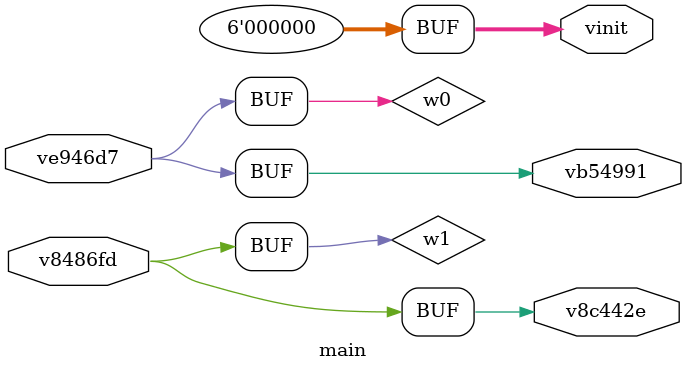
<source format=v>

`default_nettype none

module main (
 input ve946d7,
 input v8486fd,
 output vb54991,
 output v8c442e,
 output [0:5] vinit
);
 wire w0;
 wire w1;
 assign vb54991 = w0;
 assign w0 = ve946d7;
 assign v8c442e = w1;
 assign w1 = v8486fd;
 assign vinit = 6'b000000;
endmodule


</source>
